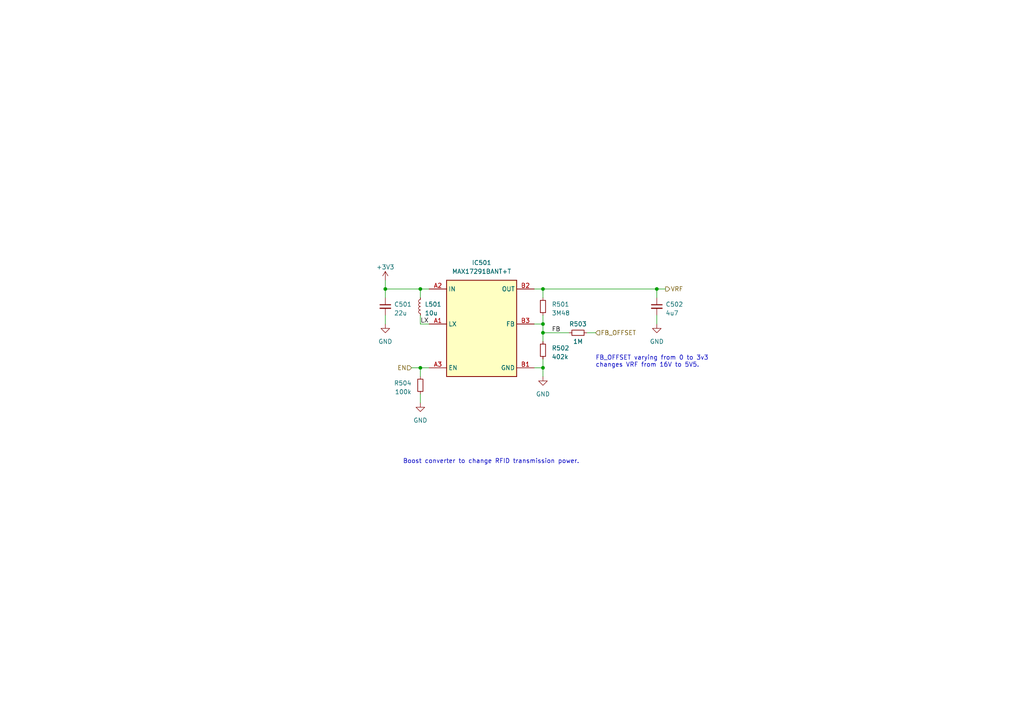
<source format=kicad_sch>
(kicad_sch (version 20230121) (generator eeschema)
  (paper "A4")
  (title_block (date "2024-01-02") (rev "1"))
  (lib_symbols
    (symbol "Device:C_Small" (pin_numbers hide) (pin_names (offset 0.254) hide)
      (property "Reference" "C" (at 0.254 1.778 0))
      (property "Value" "C_Small" (at 0.254 -2.032 0))
      (symbol "C_Small_0_1"
        (polyline (pts (xy -1.524 -0.508) (xy 1.524 -0.508)) (stroke (width 0.3302)))
        (polyline (pts (xy -1.524 0.508) (xy 1.524 0.508)) (stroke (width 0.3048)))
      )
      (symbol "C_Small_1_1"
        (pin passive line (at 0 2.54 270) (length 2.032) (name "~") (number "1"))
        (pin passive line (at 0 -2.54 90) (length 2.032) (name "~") (number "2"))
      )
    )
    (symbol "Device:L_Small" (pin_numbers hide) (pin_names (offset 0.254) hide)
      (property "Reference" "L" (at 0.762 1.016 0))
      (property "Value" "L_Small" (at 0.762 -1.016 0))
      (symbol "L_Small_0_1"
        (arc (start 0 -2.032) (mid 0.5058 -1.524) (end 0 -1.016))
        (arc (start 0 -1.016) (mid 0.5058 -0.508) (end 0 0))
        (arc (start 0 0) (mid 0.5058 0.508) (end 0 1.016))
        (arc (start 0 1.016) (mid 0.5058 1.524) (end 0 2.032))
      )
      (symbol "L_Small_1_1"
        (pin passive line (at 0 2.54 270) (length 0.508) (name "~") (number "1"))
        (pin passive line (at 0 -2.54 90) (length 0.508) (name "~") (number "2"))
      )
    )
    (symbol "Device:R_Small" (pin_numbers hide) (pin_names (offset 0.254) hide)
      (property "Reference" "R" (at 0.762 0.508 0))
      (property "Value" "R_Small" (at 0.762 -1.016 0))
      (symbol "R_Small_0_1"
        (rectangle (start -0.762 1.778) (end 0.762 -1.778) (stroke (width 0.2032)))
      )
      (symbol "R_Small_1_1"
        (pin passive line (at 0 2.54 270) (length 0.762) (name "~") (number "1"))
        (pin passive line (at 0 -2.54 90) (length 0.762) (name "~") (number "2"))
      )
    )
    (symbol "MAX17291BANT+T:MAX17291BANT+T"
      (property "Reference" "U" (at 0 17.78 0))
      (property "Value" "MAX17291BANT+T" (at 0 15.24 0))
      (symbol "MAX17291BANT+T_1_1"
        (rectangle (start -10.16 12.7) (end 10.16 -15.24) (stroke (width 0.254)) (fill (type background)))
        (pin passive line (at -15.24 0 0) (length 5.08) (name "LX") (number "A1"))
        (pin passive line (at -15.24 10.16 0) (length 5.08) (name "IN") (number "A2"))
        (pin passive line (at -15.24 -12.7 0) (length 5.08) (name "EN") (number "A3"))
        (pin passive line (at 15.24 -12.7 180) (length 5.08) (name "GND") (number "B1"))
        (pin passive line (at 15.24 10.16 180) (length 5.08) (name "OUT") (number "B2"))
        (pin passive line (at 15.24 0 180) (length 5.08) (name "FB") (number "B3"))
      )
    )
    (symbol "power:+3V3" (power) (pin_names (offset 0))
      (property "Value" "+3V3" (at 0 3.556 0))
      (symbol "+3V3_0_1"
        (polyline (pts (xy -0.762 1.27) (xy 0 2.54)))
        (polyline (pts (xy 0 0) (xy 0 2.54)))
        (polyline (pts (xy 0 2.54) (xy 0.762 1.27)))
      )
      (symbol "+3V3_1_1"
        (pin power_in line (at 0 0 90) (length 0) hide (name "+3V3") (number "1"))
      )
    )
    (symbol "power:GND" (power) (pin_names (offset 0))
      (property "Value" "GND" (at 0 -3.81 0))
      (symbol "GND_0_1"
        (polyline (pts (xy 0 0) (xy 0 -1.27) (xy 1.27 -1.27) (xy 0 -2.54) (xy -1.27 -1.27) (xy 0 -1.27)))
      )
      (symbol "GND_1_1"
        (pin power_in line (at 0 0 270) (length 0) hide (name "GND") (number "1"))
      )
    )
  )
  (junction (at 157.48 83.82))
  (junction (at 157.48 106.68))
  (junction (at 190.5 83.82))
  (junction (at 121.92 106.68))
  (junction (at 111.76 83.82))
  (junction (at 157.48 96.52))
  (junction (at 157.48 93.98))
  (junction (at 121.92 83.82))
  (wire (pts (xy 121.92 86.36) (xy 121.92 83.82)))
  (wire (pts (xy 172.72 96.52) (xy 170.18 96.52)))
  (wire (pts (xy 111.76 81.28) (xy 111.76 83.82)))
  (wire (pts (xy 190.5 83.82) (xy 190.5 86.36)))
  (wire (pts (xy 121.92 91.44) (xy 121.92 93.98)))
  (wire (pts (xy 121.92 106.68) (xy 124.46 106.68)))
  (wire (pts (xy 190.5 83.82) (xy 193.04 83.82)))
  (wire (pts (xy 121.92 114.3) (xy 121.92 116.84)))
  (wire (pts (xy 154.94 106.68) (xy 157.48 106.68)))
  (wire (pts (xy 157.48 96.52) (xy 157.48 99.06)))
  (wire (pts (xy 157.48 91.44) (xy 157.48 93.98)))
  (wire (pts (xy 154.94 83.82) (xy 157.48 83.82)))
  (wire (pts (xy 157.48 106.68) (xy 157.48 109.22)))
  (wire (pts (xy 121.92 83.82) (xy 124.46 83.82)))
  (wire (pts (xy 111.76 91.44) (xy 111.76 93.98)))
  (wire (pts (xy 121.92 106.68) (xy 121.92 109.22)))
  (wire (pts (xy 190.5 91.44) (xy 190.5 93.98)))
  (wire (pts (xy 157.48 96.52) (xy 165.1 96.52)))
  (wire (pts (xy 157.48 83.82) (xy 190.5 83.82)))
  (wire (pts (xy 157.48 83.82) (xy 157.48 86.36)))
  (wire (pts (xy 154.94 93.98) (xy 157.48 93.98)))
  (wire (pts (xy 111.76 86.36) (xy 111.76 83.82)))
  (wire (pts (xy 121.92 93.98) (xy 124.46 93.98)))
  (wire (pts (xy 111.76 83.82) (xy 121.92 83.82)))
  (wire (pts (xy 119.38 106.68) (xy 121.92 106.68)))
  (wire (pts (xy 157.48 104.14) (xy 157.48 106.68)))
  (wire (pts (xy 157.48 93.98) (xy 157.48 96.52)))
  (text "Boost converter to change RFID transmission power.\n" (at 116.84 134.62 0) (effects (font (size 1.27 1.27)) (justify left bottom)))
  (text "FB_OFFSET varying from 0 to 3v3\nchanges VRF from 16V to 5V5." (at 172.72 106.68 0) (effects (font (size 1.27 1.27)) (justify left bottom)))
  (label "FB" (at 160.02 96.52 0))
  (label "LX" (at 121.92 93.98 0))
  (hierarchical_label "VRF" (shape output) (at 193.04 83.82 0))
  (hierarchical_label "FB_OFFSET" (shape input) (at 172.72 96.52 0))
  (hierarchical_label "EN" (shape input) (at 119.38 106.68 180))
  (symbol (lib_id "Device:L_Small") (at 121.92 88.9 0) (mirror y) (unit 1)
    (property "Reference" "L501" (at 123.19 88.265 0) (effects (justify right)))
    (property "Value" "10u" (at 123.19 90.805 0) (effects (justify right)))
    (property "Footprint" "Inductor_SMD:L_TDK_MLZ1608" (effects hide))
  )
  (symbol (lib_id "Device:R_Small") (at 167.64 96.52 90) (unit 1)
    (property "Reference" "R503" (at 167.64 93.98 90))
    (property "Value" "1M" (at 167.64 99.06 90))
    (property "Footprint" "Resistor_SMD:R_0402_1005Metric" (effects hide))
  )
  (symbol (lib_id "power:GND") (at 190.5 93.98 0) (unit 1)
    (property "Reference" "#PWR0503" (effects hide))
    (property "Value" "GND" (at 190.5 99.06 0))
  )
  (symbol (lib_id "Device:R_Small") (at 157.48 88.9 0) (unit 1)
    (property "Reference" "R501" (at 160.02 88.265 0) (effects (justify left)))
    (property "Value" "3M48" (at 160.02 90.805 0) (effects (justify left)))
    (property "Footprint" "Resistor_SMD:R_0402_1005Metric" (effects hide))
  )
  (symbol (lib_id "power:+3V3") (at 111.76 81.28 0) (unit 1)
    (property "Reference" "#PWR0501" (effects hide))
    (property "Value" "+3V3" (at 111.76 77.47 0))
  )
  (symbol (lib_id "MAX17291BANT+T:MAX17291BANT+T") (at 139.7 93.98 0) (unit 1)
    (property "Reference" "IC501" (at 139.7 76.2 0))
    (property "Value" "MAX17291BANT+T" (at 139.7 78.74 0))
    (property "Footprint" "watch_footprints:BGA6C40P3X2_127X87X50" (effects hide))
    (property "Datasheet" "https://www.analog.com/media/en/technical-documentation/data-sheets/MAX17291B.pdf" (effects hide))
    (property "Height" "0.5" (effects hide))
    (property "Mouser Part Number" "700-MAX17291BANT+T" (effects hide))
    (property "Mouser Price/Stock" "https://www.mouser.co.uk/ProductDetail/Maxim-Integrated/MAX17291BANT%2bT?qs=doiCPypUmgETSyGK3grjdw%3D%3D" (effects hide))
    (property "Manufacturer_Name" "Analog Devices" (effects hide))
    (property "Manufacturer_Part_Number" "MAX17291BANT+T" (effects hide))
  )
  (symbol (lib_id "Device:C_Small") (at 190.5 88.9 0) (unit 1)
    (property "Reference" "C502" (at 193.04 88.2713 0) (effects (justify left)))
    (property "Value" "4u7" (at 193.04 90.8113 0) (effects (justify left)))
    (property "Footprint" "Capacitor_SMD:C_0402_1005Metric" (effects hide))
  )
  (symbol (lib_id "power:GND") (at 157.48 109.22 0) (unit 1)
    (property "Reference" "#PWR0502" (effects hide))
    (property "Value" "GND" (at 157.48 114.3 0))
  )
  (symbol (lib_id "power:GND") (at 111.76 93.98 0) (unit 1)
    (property "Reference" "#PWR0504" (effects hide))
    (property "Value" "GND" (at 111.76 99.06 0))
  )
  (symbol (lib_id "Device:R_Small") (at 121.92 111.76 0) (mirror y) (unit 1)
    (property "Reference" "R504" (at 119.38 111.125 0) (effects (justify left)))
    (property "Value" "100k" (at 119.38 113.665 0) (effects (justify left)))
    (property "Footprint" "Resistor_SMD:R_0402_1005Metric" (effects hide))
  )
  (symbol (lib_id "power:GND") (at 121.92 116.84 0) (unit 1)
    (property "Reference" "#PWR0505" (effects hide))
    (property "Value" "GND" (at 121.92 121.92 0))
  )
  (symbol (lib_id "Device:C_Small") (at 111.76 88.9 0) (unit 1)
    (property "Reference" "C501" (at 114.3 88.2713 0) (effects (justify left)))
    (property "Value" "22u" (at 114.3 90.8113 0) (effects (justify left)))
    (property "Footprint" "Capacitor_SMD:C_0402_1005Metric" (effects hide))
  )
  (symbol (lib_id "Device:R_Small") (at 157.48 101.6 0) (unit 1)
    (property "Reference" "R502" (at 160.02 100.965 0) (effects (justify left)))
    (property "Value" "402k" (at 160.02 103.505 0) (effects (justify left)))
    (property "Footprint" "Resistor_SMD:R_0402_1005Metric" (effects hide))
  )
)
</source>
